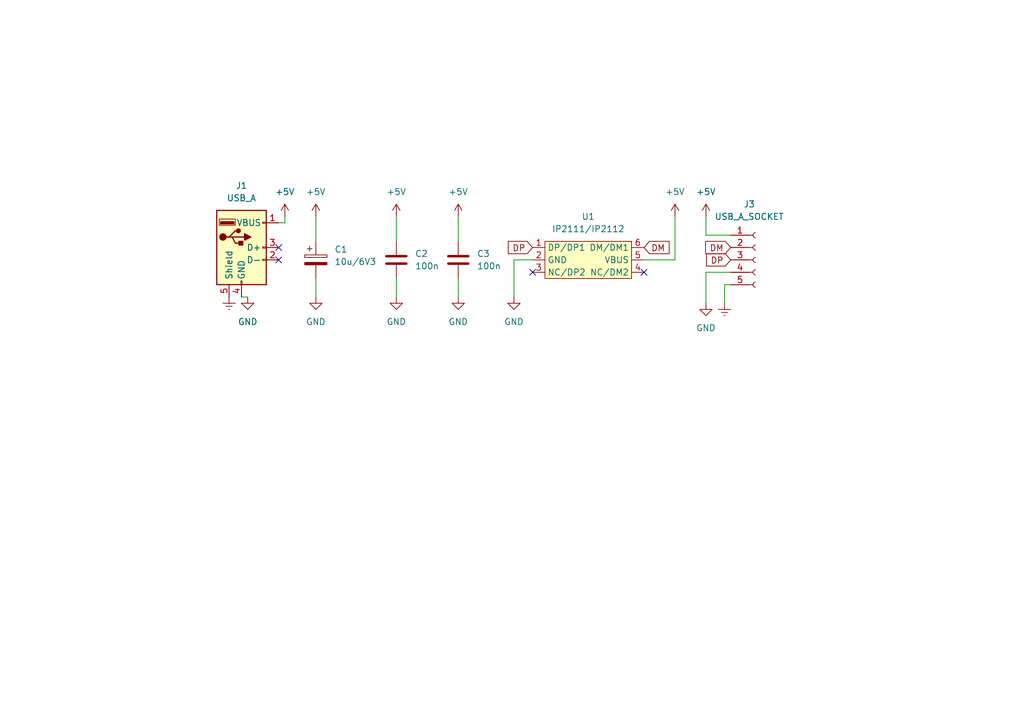
<source format=kicad_sch>
(kicad_sch (version 20230121) (generator eeschema)
  (paper "A5")
  (title_block (title "USB BC1.2 & Apple Charging Activator") (date "2024-09-14") (company "trwgQ26xxx"))
  (lib_symbols
    (symbol "CHINA_ICS:IP2112"
      (property "Reference" "U" (at -7.62 5.08 0))
      (property "Value" "IP2111/IP2112" (at 2.54 5.08 0))
      (symbol "IP2112_1_1"
        (polyline (pts (xy -8.89 3.81) (xy -8.89 -3.81) (xy 8.89 -3.81) (xy 8.89 3.81) (xy -8.89 3.81)) (fill (type background)))
        (pin output line (at -11.43 2.54 0) (length 2.54) (name "DP/DP1") (number "1"))
        (pin power_in line (at -11.43 0 0) (length 2.54) (name "GND") (number "2"))
        (pin output line (at -11.43 -2.54 0) (length 2.54) (name "NC/DP2") (number "3"))
        (pin output line (at 11.43 -2.54 180) (length 2.54) (name "NC/DM2") (number "4"))
        (pin power_in line (at 11.43 0 180) (length 2.54) (name "VBUS") (number "5"))
        (pin output line (at 11.43 2.54 180) (length 2.54) (name "DM/DM1") (number "6"))
      )
    )
    (symbol "Connector:Conn_01x05_Socket" (pin_names (offset 1.016) hide)
      (property "Reference" "J" (at 0 7.62 0))
      (property "Value" "Conn_01x05_Socket" (at 0 -7.62 0))
      (symbol "Conn_01x05_Socket_1_1"
        (arc (start 0 -4.572) (mid -0.5058 -5.08) (end 0 -5.588) (stroke (width 0.1524)))
        (arc (start 0 -2.032) (mid -0.5058 -2.54) (end 0 -3.048) (stroke (width 0.1524)))
        (polyline (pts (xy -1.27 -5.08) (xy -0.508 -5.08)) (stroke (width 0.1524)))
        (polyline (pts (xy -1.27 -2.54) (xy -0.508 -2.54)) (stroke (width 0.1524)))
        (polyline (pts (xy -1.27 0) (xy -0.508 0)) (stroke (width 0.1524)))
        (polyline (pts (xy -1.27 2.54) (xy -0.508 2.54)) (stroke (width 0.1524)))
        (polyline (pts (xy -1.27 5.08) (xy -0.508 5.08)) (stroke (width 0.1524)))
        (arc (start 0 0.508) (mid -0.5058 0) (end 0 -0.508) (stroke (width 0.1524)))
        (arc (start 0 3.048) (mid -0.5058 2.54) (end 0 2.032) (stroke (width 0.1524)))
        (arc (start 0 5.588) (mid -0.5058 5.08) (end 0 4.572) (stroke (width 0.1524)))
        (pin passive line (at -5.08 5.08 0) (length 3.81) (name "Pin_1") (number "1"))
        (pin passive line (at -5.08 2.54 0) (length 3.81) (name "Pin_2") (number "2"))
        (pin passive line (at -5.08 0 0) (length 3.81) (name "Pin_3") (number "3"))
        (pin passive line (at -5.08 -2.54 0) (length 3.81) (name "Pin_4") (number "4"))
        (pin passive line (at -5.08 -5.08 0) (length 3.81) (name "Pin_5") (number "5"))
      )
    )
    (symbol "Connector:USB_A" (pin_names (offset 1.016))
      (property "Reference" "J" (at -5.08 11.43 0))
      (property "Value" "USB_A" (at -5.08 8.89 0))
      (symbol "USB_A_0_1"
        (rectangle (start -5.08 -7.62) (end 5.08 7.62) (stroke (width 0.254)) (fill (type background)))
        (circle (center -3.81 2.159) (radius 0.635) (stroke (width 0.254)) (fill (type outline)))
        (rectangle (start -1.524 4.826) (end -4.318 5.334) (fill (type outline)))
        (rectangle (start -1.27 4.572) (end -4.572 5.842))
        (circle (center -0.635 3.429) (radius 0.381) (stroke (width 0.254)) (fill (type outline)))
        (rectangle (start -0.127 -7.62) (end 0.127 -6.858))
        (polyline (pts (xy -3.175 2.159) (xy -2.54 2.159) (xy -1.27 3.429) (xy -0.635 3.429)) (stroke (width 0.254)))
        (polyline (pts (xy -2.54 2.159) (xy -1.905 2.159) (xy -1.27 0.889) (xy 0 0.889)) (stroke (width 0.254)))
        (polyline (pts (xy 0.635 2.794) (xy 0.635 1.524) (xy 1.905 2.159) (xy 0.635 2.794)) (stroke (width 0.254)) (fill (type outline)))
        (rectangle (start 0.254 1.27) (end -0.508 0.508) (stroke (width 0.254)) (fill (type outline)))
        (rectangle (start 5.08 -2.667) (end 4.318 -2.413))
        (rectangle (start 5.08 -0.127) (end 4.318 0.127))
        (rectangle (start 5.08 4.953) (end 4.318 5.207))
      )
      (symbol "USB_A_1_1"
        (polyline (pts (xy -1.905 2.159) (xy 0.635 2.159)) (stroke (width 0.254)))
        (pin power_in line (at 7.62 5.08 180) (length 2.54) (name "VBUS") (number "1"))
        (pin bidirectional line (at 7.62 -2.54 180) (length 2.54) (name "D-") (number "2"))
        (pin bidirectional line (at 7.62 0 180) (length 2.54) (name "D+") (number "3"))
        (pin power_in line (at 0 -10.16 90) (length 2.54) (name "GND") (number "4"))
        (pin passive line (at -2.54 -10.16 90) (length 2.54) (name "Shield") (number "5"))
      )
    )
    (symbol "Device:C" (pin_numbers hide) (pin_names (offset 0.254))
      (property "Reference" "C" (at 0.635 2.54 0))
      (property "Value" "C" (at 0.635 -2.54 0))
      (symbol "C_0_1"
        (polyline (pts (xy -2.032 -0.762) (xy 2.032 -0.762)) (stroke (width 0.508)))
        (polyline (pts (xy -2.032 0.762) (xy 2.032 0.762)) (stroke (width 0.508)))
      )
      (symbol "C_1_1"
        (pin passive line (at 0 3.81 270) (length 2.794) (name "~") (number "1"))
        (pin passive line (at 0 -3.81 90) (length 2.794) (name "~") (number "2"))
      )
    )
    (symbol "Device:C_Polarized" (pin_numbers hide) (pin_names (offset 0.254))
      (property "Reference" "C" (at 0.635 2.54 0))
      (property "Value" "C_Polarized" (at 0.635 -2.54 0))
      (symbol "C_Polarized_0_1"
        (rectangle (start -2.286 0.508) (end 2.286 1.016))
        (polyline (pts (xy -1.778 2.286) (xy -0.762 2.286)))
        (polyline (pts (xy -1.27 2.794) (xy -1.27 1.778)))
        (rectangle (start 2.286 -0.508) (end -2.286 -1.016) (fill (type outline)))
      )
      (symbol "C_Polarized_1_1"
        (pin passive line (at 0 3.81 270) (length 2.794) (name "~") (number "1"))
        (pin passive line (at 0 -3.81 90) (length 2.794) (name "~") (number "2"))
      )
    )
    (symbol "power:+5V" (power) (pin_names (offset 0))
      (property "Value" "+5V" (at 0 3.556 0))
      (symbol "+5V_0_1"
        (polyline (pts (xy -0.762 1.27) (xy 0 2.54)))
        (polyline (pts (xy 0 0) (xy 0 2.54)))
        (polyline (pts (xy 0 2.54) (xy 0.762 1.27)))
      )
      (symbol "+5V_1_1"
        (pin power_in line (at 0 0 90) (length 0) hide (name "+5V") (number "1"))
      )
    )
    (symbol "power:Earth" (power) (pin_names (offset 0))
      (symbol "Earth_0_1"
        (polyline (pts (xy -0.635 -1.905) (xy 0.635 -1.905)))
        (polyline (pts (xy -0.127 -2.54) (xy 0.127 -2.54)))
        (polyline (pts (xy 0 -1.27) (xy 0 0)))
        (polyline (pts (xy 1.27 -1.27) (xy -1.27 -1.27)))
      )
      (symbol "Earth_1_1"
        (pin power_in line (at 0 0 270) (length 0) hide (name "Earth") (number "1"))
      )
    )
    (symbol "power:GND" (power) (pin_names (offset 0))
      (property "Value" "GND" (at 0 -3.81 0))
      (symbol "GND_0_1"
        (polyline (pts (xy 0 0) (xy 0 -1.27) (xy 1.27 -1.27) (xy 0 -2.54) (xy -1.27 -1.27) (xy 0 -1.27)))
      )
      (symbol "GND_1_1"
        (pin power_in line (at 0 0 270) (length 0) hide (name "GND") (number "1"))
      )
    )
  )
  (no_connect (at 109.22 55.88))
  (no_connect (at 57.15 50.8))
  (no_connect (at 57.15 53.34))
  (no_connect (at 132.08 55.88))
  (wire (pts (xy 93.98 44.45) (xy 93.98 49.53)))
  (wire (pts (xy 105.41 53.34) (xy 105.41 60.96)))
  (wire (pts (xy 64.77 60.96) (xy 64.77 57.15)))
  (wire (pts (xy 50.8 60.96) (xy 49.53 60.96)))
  (wire (pts (xy 81.28 49.53) (xy 81.28 44.45)))
  (wire (pts (xy 93.98 60.96) (xy 93.98 57.15)))
  (wire (pts (xy 149.86 48.26) (xy 144.78 48.26)))
  (wire (pts (xy 132.08 53.34) (xy 138.43 53.34)))
  (wire (pts (xy 149.86 58.42) (xy 148.59 58.42)))
  (wire (pts (xy 81.28 60.96) (xy 81.28 57.15)))
  (wire (pts (xy 57.15 45.72) (xy 58.42 45.72)))
  (wire (pts (xy 58.42 45.72) (xy 58.42 44.45)))
  (wire (pts (xy 148.59 58.42) (xy 148.59 62.23)))
  (wire (pts (xy 144.78 44.45) (xy 144.78 48.26)))
  (wire (pts (xy 109.22 53.34) (xy 105.41 53.34)))
  (wire (pts (xy 138.43 53.34) (xy 138.43 44.45)))
  (wire (pts (xy 64.77 44.45) (xy 64.77 49.53)))
  (wire (pts (xy 144.78 55.88) (xy 144.78 62.23)))
  (wire (pts (xy 144.78 55.88) (xy 149.86 55.88)))
  (global_label "DM" (shape input) (at 132.08 50.8 0) (property "Intersheetrefs" "${INTERSHEET_REFS}" (effects hide)))
  (global_label "DM" (shape input) (at 149.86 50.8 180) (property "Intersheetrefs" "${INTERSHEET_REFS}" (effects hide)))
  (global_label "DP" (shape input) (at 149.86 53.34 180) (property "Intersheetrefs" "${INTERSHEET_REFS}" (effects hide)))
  (global_label "DP" (shape input) (at 109.22 50.8 180) (property "Intersheetrefs" "${INTERSHEET_REFS}" (effects hide)))
  (symbol (lib_id "power:GND") (at 81.28 60.96 0) (unit 1)
    (property "Reference" "#PWR09" (effects hide))
    (property "Value" "GND" (at 81.28 66.04 0))
  )
  (symbol (lib_id "Device:C_Polarized") (at 64.77 53.34 0) (unit 1)
    (property "Reference" "C1" (at 68.58 51.181 0) (effects (justify left)))
    (property "Value" "10u/6V3" (at 68.58 53.721 0) (effects (justify left)))
    (property "Footprint" "Capacitor_Tantalum_SMD:CP_EIA-6032-28_Kemet-C_Pad2.25x2.35mm_HandSolder" (effects hide))
  )
  (symbol (lib_id "power:+5V") (at 64.77 44.45 0) (unit 1)
    (property "Reference" "#PWR08" (effects hide))
    (property "Value" "+5V" (at 64.77 39.37 0))
  )
  (symbol (lib_id "power:GND") (at 64.77 60.96 0) (unit 1)
    (property "Reference" "#PWR010" (effects hide))
    (property "Value" "GND" (at 64.77 66.04 0))
  )
  (symbol (lib_id "Connector:USB_A") (at 49.53 50.8 0) (unit 1)
    (property "Reference" "J1" (at 49.53 38.1 0))
    (property "Value" "USB_A" (at 49.53 40.64 0))
    (property "Footprint" "Connector_USB:USB_A_CNCTech_1001-011-01101_Horizontal" (effects hide))
    (property "Datasheet" " ~" (effects hide))
  )
  (symbol (lib_id "Device:C") (at 93.98 53.34 0) (unit 1)
    (property "Reference" "C3" (at 97.79 52.07 0) (effects (justify left)))
    (property "Value" "100n" (at 97.79 54.61 0) (effects (justify left)))
    (property "Footprint" "Capacitor_SMD:C_1206_3216Metric_Pad1.33x1.80mm_HandSolder" (effects hide))
  )
  (symbol (lib_id "power:+5V") (at 58.42 44.45 0) (unit 1)
    (property "Reference" "#PWR01" (effects hide))
    (property "Value" "+5V" (at 58.42 39.37 0))
  )
  (symbol (lib_id "CHINA_ICS:IP2112") (at 120.65 53.34 0) (unit 1)
    (property "Reference" "U1" (at 120.65 44.45 0))
    (property "Value" "IP2111/IP2112" (at 120.65 46.99 0))
    (property "Footprint" "Package_TO_SOT_SMD:TSOT-23-6_HandSoldering" (effects hide))
  )
  (symbol (lib_id "power:Earth") (at 148.59 62.23 0) (unit 1)
    (property "Reference" "#PWR05" (effects hide))
    (property "Value" "Earth" (effects hide))
  )
  (symbol (lib_id "power:Earth") (at 46.99 60.96 0) (unit 1)
    (property "Reference" "#PWR03" (effects hide))
    (property "Value" "Earth" (effects hide))
  )
  (symbol (lib_id "power:GND") (at 93.98 60.96 0) (unit 1)
    (property "Reference" "#PWR012" (effects hide))
    (property "Value" "GND" (at 93.98 66.04 0))
  )
  (symbol (lib_id "power:GND") (at 144.78 62.23 0) (unit 1)
    (property "Reference" "#PWR04" (effects hide))
    (property "Value" "GND" (at 144.78 67.31 0))
  )
  (symbol (lib_id "Connector:Conn_01x05_Socket") (at 154.94 53.34 0) (unit 1)
    (property "Reference" "J3" (at 153.67 41.91 0))
    (property "Value" "USB_A_SOCKET" (at 153.67 44.45 0))
    (property "Footprint" "Connector_USB:USB_A_Molex_67643_Horizontal" (effects hide))
  )
  (symbol (lib_id "power:+5V") (at 81.28 44.45 0) (unit 1)
    (property "Reference" "#PWR07" (effects hide))
    (property "Value" "+5V" (at 81.28 39.37 0))
  )
  (symbol (lib_id "power:+5V") (at 144.78 44.45 0) (unit 1)
    (property "Reference" "#PWR06" (effects hide))
    (property "Value" "+5V" (at 144.78 39.37 0))
  )
  (symbol (lib_id "power:GND") (at 50.8 60.96 0) (unit 1)
    (property "Reference" "#PWR02" (effects hide))
    (property "Value" "GND" (at 50.8 66.04 0))
  )
  (symbol (lib_id "power:+5V") (at 93.98 44.45 0) (unit 1)
    (property "Reference" "#PWR011" (effects hide))
    (property "Value" "+5V" (at 93.98 39.37 0))
  )
  (symbol (lib_id "power:+5V") (at 138.43 44.45 0) (unit 1)
    (property "Reference" "#PWR013" (effects hide))
    (property "Value" "+5V" (at 138.43 39.37 0))
  )
  (symbol (lib_id "power:GND") (at 105.41 60.96 0) (unit 1)
    (property "Reference" "#PWR014" (effects hide))
    (property "Value" "GND" (at 105.41 66.04 0))
  )
  (symbol (lib_id "Device:C") (at 81.28 53.34 0) (unit 1)
    (property "Reference" "C2" (at 85.09 52.07 0) (effects (justify left)))
    (property "Value" "100n" (at 85.09 54.61 0) (effects (justify left)))
    (property "Footprint" "Capacitor_SMD:C_1206_3216Metric_Pad1.33x1.80mm_HandSolder" (effects hide))
  )
)
</source>
